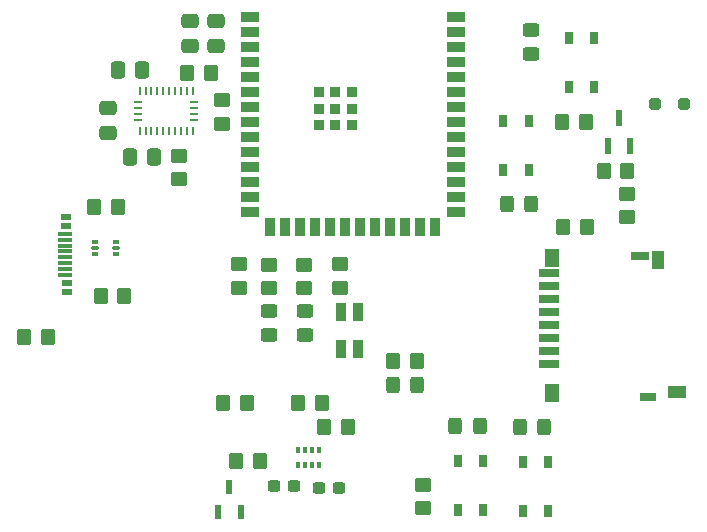
<source format=gtp>
G04 #@! TF.GenerationSoftware,KiCad,Pcbnew,9.0.6*
G04 #@! TF.CreationDate,2026-02-28T15:55:13-05:00*
G04 #@! TF.ProjectId,GoldenForm_1,476f6c64-656e-4466-9f72-6d5f312e6b69,rev?*
G04 #@! TF.SameCoordinates,Original*
G04 #@! TF.FileFunction,Paste,Top*
G04 #@! TF.FilePolarity,Positive*
%FSLAX46Y46*%
G04 Gerber Fmt 4.6, Leading zero omitted, Abs format (unit mm)*
G04 Created by KiCad (PCBNEW 9.0.6) date 2026-02-28 15:55:13*
%MOMM*%
%LPD*%
G01*
G04 APERTURE LIST*
G04 Aperture macros list*
%AMRoundRect*
0 Rectangle with rounded corners*
0 $1 Rounding radius*
0 $2 $3 $4 $5 $6 $7 $8 $9 X,Y pos of 4 corners*
0 Add a 4 corners polygon primitive as box body*
4,1,4,$2,$3,$4,$5,$6,$7,$8,$9,$2,$3,0*
0 Add four circle primitives for the rounded corners*
1,1,$1+$1,$2,$3*
1,1,$1+$1,$4,$5*
1,1,$1+$1,$6,$7*
1,1,$1+$1,$8,$9*
0 Add four rect primitives between the rounded corners*
20,1,$1+$1,$2,$3,$4,$5,0*
20,1,$1+$1,$4,$5,$6,$7,0*
20,1,$1+$1,$6,$7,$8,$9,0*
20,1,$1+$1,$8,$9,$2,$3,0*%
G04 Aperture macros list end*
%ADD10RoundRect,0.250000X-0.325000X-0.450000X0.325000X-0.450000X0.325000X0.450000X-0.325000X0.450000X0*%
%ADD11RoundRect,0.250000X-0.450000X0.350000X-0.450000X-0.350000X0.450000X-0.350000X0.450000X0.350000X0*%
%ADD12R,0.900000X1.500000*%
%ADD13RoundRect,0.250000X0.450000X-0.325000X0.450000X0.325000X-0.450000X0.325000X-0.450000X-0.325000X0*%
%ADD14RoundRect,0.250000X0.350000X0.450000X-0.350000X0.450000X-0.350000X-0.450000X0.350000X-0.450000X0*%
%ADD15R,0.650000X1.050000*%
%ADD16R,1.750000X0.700000*%
%ADD17R,1.300000X1.500000*%
%ADD18R,1.500000X0.800000*%
%ADD19R,1.400000X0.800000*%
%ADD20R,1.000000X1.550000*%
%ADD21R,1.550000X1.000000*%
%ADD22RoundRect,0.237500X-0.300000X-0.237500X0.300000X-0.237500X0.300000X0.237500X-0.300000X0.237500X0*%
%ADD23RoundRect,0.250000X0.325000X0.450000X-0.325000X0.450000X-0.325000X-0.450000X0.325000X-0.450000X0*%
%ADD24RoundRect,0.250000X0.450000X-0.350000X0.450000X0.350000X-0.450000X0.350000X-0.450000X-0.350000X0*%
%ADD25RoundRect,0.250000X0.250000X0.250000X-0.250000X0.250000X-0.250000X-0.250000X0.250000X-0.250000X0*%
%ADD26R,0.558800X1.320800*%
%ADD27RoundRect,0.250000X-0.350000X-0.450000X0.350000X-0.450000X0.350000X0.450000X-0.350000X0.450000X0*%
%ADD28RoundRect,0.250000X0.337500X0.475000X-0.337500X0.475000X-0.337500X-0.475000X0.337500X-0.475000X0*%
%ADD29RoundRect,0.250000X-0.475000X0.337500X-0.475000X-0.337500X0.475000X-0.337500X0.475000X0.337500X0*%
%ADD30RoundRect,0.250000X0.475000X-0.337500X0.475000X0.337500X-0.475000X0.337500X-0.475000X-0.337500X0*%
%ADD31RoundRect,0.237500X0.300000X0.237500X-0.300000X0.237500X-0.300000X-0.237500X0.300000X-0.237500X0*%
%ADD32R,0.600000X1.250000*%
%ADD33RoundRect,0.093750X-0.156250X-0.093750X0.156250X-0.093750X0.156250X0.093750X-0.156250X0.093750X0*%
%ADD34RoundRect,0.075000X-0.250000X-0.075000X0.250000X-0.075000X0.250000X0.075000X-0.250000X0.075000X0*%
%ADD35R,0.254000X0.675000*%
%ADD36R,0.675000X0.254000*%
%ADD37R,0.900000X0.900000*%
%ADD38R,1.500000X0.900000*%
%ADD39R,0.304800X0.584200*%
%ADD40R,0.931500X0.522100*%
%ADD41R,0.937300X0.572099*%
%ADD42R,1.143000X0.304800*%
%ADD43R,0.867300X0.542100*%
%ADD44RoundRect,0.250000X-0.337500X-0.475000X0.337500X-0.475000X0.337500X0.475000X-0.337500X0.475000X0*%
G04 APERTURE END LIST*
D10*
X113175000Y-67450000D03*
X111125000Y-67450000D03*
D11*
X97000000Y-74600000D03*
X97000000Y-72600000D03*
D12*
X98500000Y-79750000D03*
X97100000Y-79750000D03*
X98500000Y-76650000D03*
X97100000Y-76650000D03*
D13*
X113150000Y-54775000D03*
X113150000Y-52725000D03*
D14*
X117800000Y-60550000D03*
X115800000Y-60550000D03*
D11*
X104000000Y-91250000D03*
X104000000Y-93250000D03*
D15*
X116400000Y-57600000D03*
X116400000Y-53450000D03*
X118550000Y-57600000D03*
X118550000Y-53450000D03*
D16*
X114703000Y-81057000D03*
X114703000Y-79957000D03*
X114703000Y-78857000D03*
X114703000Y-77757000D03*
X114703000Y-76657000D03*
X114703000Y-75557000D03*
X114703000Y-74457000D03*
X114703000Y-73357000D03*
D17*
X114928000Y-72057000D03*
X114928000Y-83507000D03*
D18*
X122428000Y-71882000D03*
D19*
X123078000Y-83832000D03*
D20*
X123928000Y-72182000D03*
D21*
X125503000Y-83432000D03*
D22*
X91425500Y-91328000D03*
X93150500Y-91328000D03*
D23*
X108825000Y-86250000D03*
X106775000Y-86250000D03*
D14*
X95488000Y-84328000D03*
X93488000Y-84328000D03*
D24*
X93980000Y-74602000D03*
X93980000Y-72602000D03*
D25*
X126150000Y-59000000D03*
X123650000Y-59000000D03*
D26*
X119700000Y-62600000D03*
X121605000Y-62600000D03*
X120652500Y-60212400D03*
D24*
X87000000Y-60690000D03*
X87000000Y-58690000D03*
D27*
X76750000Y-75250000D03*
X78750000Y-75250000D03*
D15*
X106971000Y-93350000D03*
X106971000Y-89200000D03*
X109121000Y-93350000D03*
X109121000Y-89200000D03*
D13*
X94030000Y-78558500D03*
X94030000Y-76508500D03*
D28*
X81287500Y-63500000D03*
X79212500Y-63500000D03*
D29*
X77400000Y-59352500D03*
X77400000Y-61427500D03*
D30*
X84300000Y-54087500D03*
X84300000Y-52012500D03*
D31*
X96950500Y-91500000D03*
X95225500Y-91500000D03*
D32*
X86700000Y-93550000D03*
X88600000Y-93550000D03*
X87650000Y-91450000D03*
D33*
X76304999Y-70670000D03*
D34*
X76229999Y-71207500D03*
D33*
X76304999Y-71745000D03*
X78004999Y-71745000D03*
D34*
X78079999Y-71207500D03*
D33*
X78004999Y-70670000D03*
D13*
X90980000Y-78558500D03*
X90980000Y-76508500D03*
D15*
X112975000Y-60475000D03*
X112975000Y-64625000D03*
X110825000Y-60475000D03*
X110825000Y-64625000D03*
D24*
X91030000Y-74602000D03*
X91030000Y-72602000D03*
D27*
X115900000Y-69450000D03*
X117900000Y-69450000D03*
D23*
X114275000Y-86375000D03*
X112225000Y-86375000D03*
D10*
X101475000Y-82782000D03*
X103525000Y-82782000D03*
D30*
X86500000Y-54087500D03*
X86500000Y-52012500D03*
D27*
X84074000Y-56388000D03*
X86074000Y-56388000D03*
D24*
X121300000Y-68600000D03*
X121300000Y-66600000D03*
D35*
X80046000Y-57937500D03*
D36*
X79908500Y-58850000D03*
X79908500Y-59350000D03*
X79908500Y-59850000D03*
X79908500Y-60350000D03*
D35*
X80046000Y-61262500D03*
X80546000Y-61262500D03*
X81046000Y-61262500D03*
X81546000Y-61262500D03*
X82046000Y-61262500D03*
X82546000Y-61262500D03*
X83046000Y-61262500D03*
X83546000Y-61262500D03*
X84046000Y-61262500D03*
X84546000Y-61262500D03*
D36*
X84683500Y-60350000D03*
X84683500Y-59850000D03*
X84683500Y-59350000D03*
X84683500Y-58850000D03*
D35*
X84546000Y-57937500D03*
X84046000Y-57937500D03*
X83546000Y-57937500D03*
X83046000Y-57937500D03*
X82546000Y-57937500D03*
X82046000Y-57937500D03*
X81546000Y-57937500D03*
X81046000Y-57937500D03*
X80546000Y-57937500D03*
D14*
X103500000Y-80750000D03*
X101500000Y-80750000D03*
D15*
X112475000Y-93475000D03*
X112475000Y-89325000D03*
X114625000Y-93475000D03*
X114625000Y-89325000D03*
D14*
X78200000Y-67700000D03*
X76200000Y-67700000D03*
D37*
X95200000Y-58000000D03*
X95200000Y-59400000D03*
X95200000Y-60800000D03*
X96600000Y-58000000D03*
X96600000Y-59400000D03*
X96600000Y-60800000D03*
X98000000Y-58000000D03*
X98000000Y-59400000D03*
X98000000Y-60800000D03*
D38*
X89350000Y-51680000D03*
X89350000Y-52950000D03*
X89350000Y-54220000D03*
X89350000Y-55490000D03*
X89350000Y-56760000D03*
X89350000Y-58030000D03*
X89350000Y-59300000D03*
X89350000Y-60570000D03*
X89350000Y-61840000D03*
X89350000Y-63110000D03*
X89350000Y-64380000D03*
X89350000Y-65650000D03*
X89350000Y-66920000D03*
X89350000Y-68190000D03*
D12*
X91115000Y-69440000D03*
X92385000Y-69440000D03*
X93655000Y-69440000D03*
X94925000Y-69440000D03*
X96195000Y-69440000D03*
X97465000Y-69440000D03*
X98735000Y-69440000D03*
X100005000Y-69440000D03*
X101275000Y-69440000D03*
X102545000Y-69440000D03*
X103815000Y-69440000D03*
X105085000Y-69440000D03*
D38*
X106850000Y-68190000D03*
X106850000Y-66920000D03*
X106850000Y-65650000D03*
X106850000Y-64380000D03*
X106850000Y-63110000D03*
X106850000Y-61840000D03*
X106850000Y-60570000D03*
X106850000Y-59300000D03*
X106850000Y-58030000D03*
X106850000Y-56760000D03*
X106850000Y-55490000D03*
X106850000Y-54220000D03*
X106850000Y-52950000D03*
X106850000Y-51680000D03*
D27*
X119350000Y-64650000D03*
X121350000Y-64650000D03*
D14*
X97688000Y-86328000D03*
X95688000Y-86328000D03*
D24*
X83350000Y-65400000D03*
X83350000Y-63400000D03*
D39*
X93437998Y-89572600D03*
X94038000Y-89572600D03*
X94637998Y-89572600D03*
X95238000Y-89572600D03*
X95238000Y-88328000D03*
X94637998Y-88328000D03*
X94038000Y-88328000D03*
X93437998Y-88328000D03*
D24*
X88450000Y-74550000D03*
X88450000Y-72550000D03*
D40*
X73850000Y-68550000D03*
D41*
X73838650Y-69356050D03*
D42*
X73735800Y-70500000D03*
X73735800Y-71500000D03*
X73735800Y-72000000D03*
X73735800Y-73000000D03*
D43*
X73873650Y-74971050D03*
X73873650Y-74171050D03*
D42*
X73735800Y-73499999D03*
X73735800Y-72500001D03*
X73735800Y-70999999D03*
X73735800Y-70000001D03*
D44*
X78212500Y-56170000D03*
X80287500Y-56170000D03*
D27*
X87100000Y-84325000D03*
X89100000Y-84325000D03*
X70250000Y-78750000D03*
X72250000Y-78750000D03*
D14*
X90208000Y-89268000D03*
X88208000Y-89268000D03*
M02*

</source>
